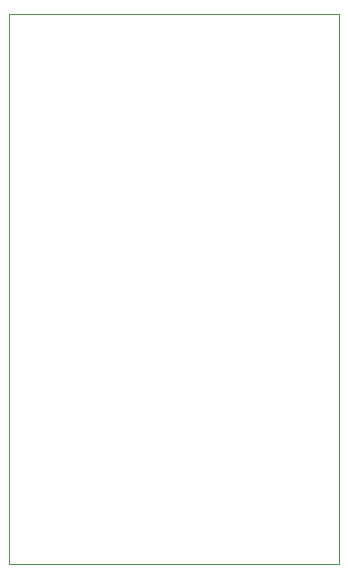
<source format=gbr>
%TF.GenerationSoftware,KiCad,Pcbnew,8.0.1*%
%TF.CreationDate,2024-04-03T20:26:05-05:00*%
%TF.ProjectId,meshtastic-diy,6d657368-7461-4737-9469-632d6469792e,2.1*%
%TF.SameCoordinates,Original*%
%TF.FileFunction,Profile,NP*%
%FSLAX46Y46*%
G04 Gerber Fmt 4.6, Leading zero omitted, Abs format (unit mm)*
G04 Created by KiCad (PCBNEW 8.0.1) date 2024-04-03 20:26:05*
%MOMM*%
%LPD*%
G01*
G04 APERTURE LIST*
%TA.AperFunction,Profile*%
%ADD10C,0.050000*%
%TD*%
G04 APERTURE END LIST*
D10*
X170500000Y-79700000D02*
X142500000Y-79700000D01*
X170500000Y-126300000D02*
X170500000Y-79700000D01*
X142500000Y-79700000D02*
X142500000Y-126300000D01*
X142500000Y-126300000D02*
X170500000Y-126300000D01*
M02*

</source>
